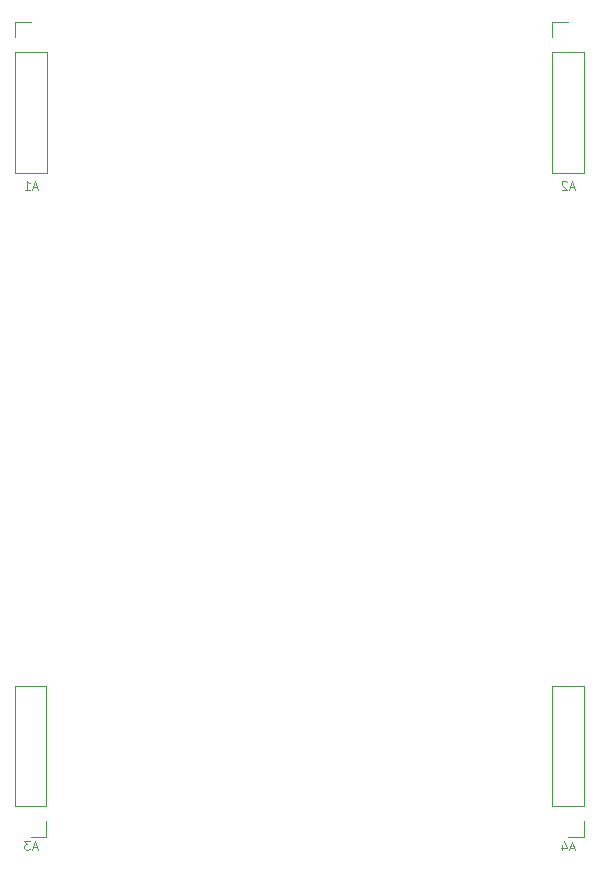
<source format=gbr>
G04 #@! TF.GenerationSoftware,KiCad,Pcbnew,(5.1.4-0-10_14)*
G04 #@! TF.CreationDate,2020-11-15T22:02:50-06:00*
G04 #@! TF.ProjectId,CEM3340_VCO,43454d33-3334-4305-9f56-434f2e6b6963,rev?*
G04 #@! TF.SameCoordinates,Original*
G04 #@! TF.FileFunction,Legend,Bot*
G04 #@! TF.FilePolarity,Positive*
%FSLAX46Y46*%
G04 Gerber Fmt 4.6, Leading zero omitted, Abs format (unit mm)*
G04 Created by KiCad (PCBNEW (5.1.4-0-10_14)) date 2020-11-15 22:02:50*
%MOMM*%
%LPD*%
G04 APERTURE LIST*
%ADD10C,0.120000*%
%ADD11C,0.125000*%
G04 APERTURE END LIST*
D10*
X138040000Y-95770000D02*
X139370000Y-95770000D01*
X139370000Y-95770000D02*
X139370000Y-94440000D01*
X139370000Y-93170000D02*
X139370000Y-82950000D01*
X136710000Y-82950000D02*
X139370000Y-82950000D01*
X136710000Y-93170000D02*
X136710000Y-82950000D01*
X136710000Y-93170000D02*
X139370000Y-93170000D01*
X92560000Y-95770000D02*
X93890000Y-95770000D01*
X93890000Y-95770000D02*
X93890000Y-94440000D01*
X93890000Y-93170000D02*
X93890000Y-82950000D01*
X91230000Y-82950000D02*
X93890000Y-82950000D01*
X91230000Y-93170000D02*
X91230000Y-82950000D01*
X91230000Y-93170000D02*
X93890000Y-93170000D01*
X138040000Y-26750000D02*
X136710000Y-26750000D01*
X136710000Y-26750000D02*
X136710000Y-28080000D01*
X136710000Y-29350000D02*
X136710000Y-39570000D01*
X139370000Y-39570000D02*
X136710000Y-39570000D01*
X139370000Y-29350000D02*
X139370000Y-39570000D01*
X139370000Y-29350000D02*
X136710000Y-29350000D01*
X92590000Y-26750000D02*
X91260000Y-26750000D01*
X91260000Y-26750000D02*
X91260000Y-28080000D01*
X91260000Y-29350000D02*
X91260000Y-39570000D01*
X93920000Y-39570000D02*
X91260000Y-39570000D01*
X93920000Y-29350000D02*
X93920000Y-39570000D01*
X93920000Y-29350000D02*
X91260000Y-29350000D01*
D11*
X138575714Y-96705000D02*
X138218571Y-96705000D01*
X138647142Y-96919285D02*
X138397142Y-96169285D01*
X138147142Y-96919285D01*
X137575714Y-96419285D02*
X137575714Y-96919285D01*
X137754285Y-96133571D02*
X137932857Y-96669285D01*
X137468571Y-96669285D01*
X93085714Y-96655000D02*
X92728571Y-96655000D01*
X93157142Y-96869285D02*
X92907142Y-96119285D01*
X92657142Y-96869285D01*
X92478571Y-96119285D02*
X92014285Y-96119285D01*
X92264285Y-96405000D01*
X92157142Y-96405000D01*
X92085714Y-96440714D01*
X92050000Y-96476428D01*
X92014285Y-96547857D01*
X92014285Y-96726428D01*
X92050000Y-96797857D01*
X92085714Y-96833571D01*
X92157142Y-96869285D01*
X92371428Y-96869285D01*
X92442857Y-96833571D01*
X92478571Y-96797857D01*
X138575714Y-40775000D02*
X138218571Y-40775000D01*
X138647142Y-40989285D02*
X138397142Y-40239285D01*
X138147142Y-40989285D01*
X137932857Y-40310714D02*
X137897142Y-40275000D01*
X137825714Y-40239285D01*
X137647142Y-40239285D01*
X137575714Y-40275000D01*
X137540000Y-40310714D01*
X137504285Y-40382142D01*
X137504285Y-40453571D01*
X137540000Y-40560714D01*
X137968571Y-40989285D01*
X137504285Y-40989285D01*
X93125714Y-40755000D02*
X92768571Y-40755000D01*
X93197142Y-40969285D02*
X92947142Y-40219285D01*
X92697142Y-40969285D01*
X92054285Y-40969285D02*
X92482857Y-40969285D01*
X92268571Y-40969285D02*
X92268571Y-40219285D01*
X92340000Y-40326428D01*
X92411428Y-40397857D01*
X92482857Y-40433571D01*
M02*

</source>
